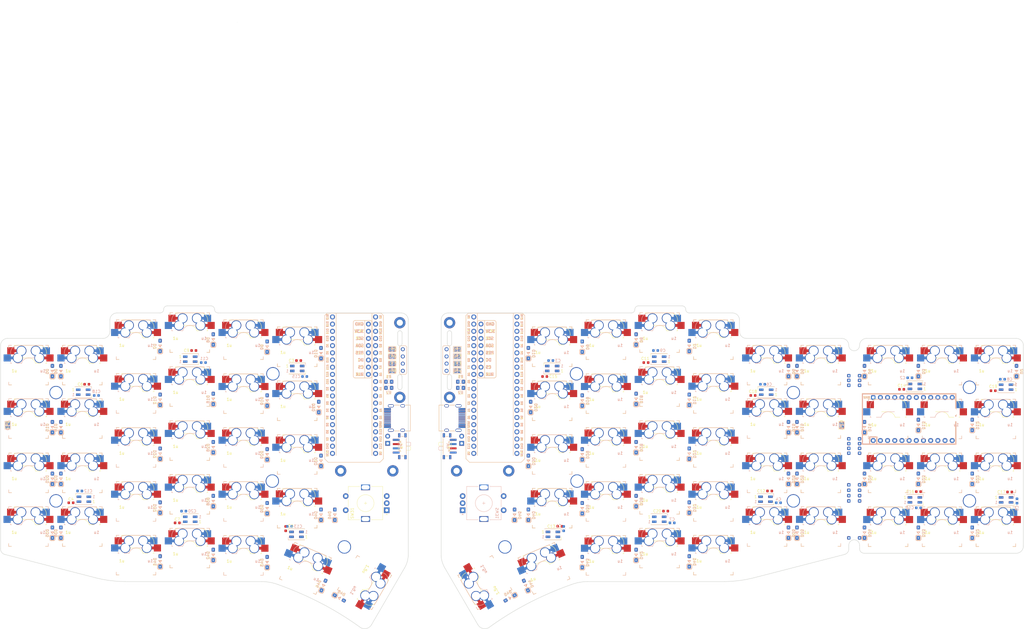
<source format=kicad_pcb>
(kicad_pcb (version 20211014) (generator pcbnew)
  (layers (0 "F.Cu" signal) (31 "B.Cu" signal) (34 "B.Paste" user) (35 "F.Paste" user) (36 "B.SilkS" user "B.Silkscreen") (37 "F.SilkS" user "F.Silkscreen") (38 "B.Mask" user) (39 "F.Mask" user) (44 "Edge.Cuts" user))
  (net 0 "")
  (net 1 "Net-(J28-Pad1)")
  (net 2 "Net-(D2-Pad2)")
  (net 3 "Net-(D3-Pad2)")
  (net 4 "Net-(D4-Pad2)")
  (net 5 "Net-(D5-Pad2)")
  (net 6 "Net-(D6-Pad2)")
  (net 7 "Net-(D7-Pad2)")
  (net 8 "Net-(D8-Pad2)")
  (net 9 "Net-(D9-Pad2)")
  (net 10 "Net-(D10-Pad2)")
  (net 12 "Net-(D12-Pad2)")
  (net 13 "Net-(D13-Pad2)")
  (net 14 "Net-(D14-Pad2)")
  (net 15 "Net-(D15-Pad2)")
  (net 16 "Net-(D16-Pad2)")
  (net 17 "Net-(D17-Pad2)")
  (net 18 "Net-(D18-Pad2)")
  (net 19 "Net-(D19-Pad2)")
  (net 20 "Net-(D20-Pad2)")
  (net 21 "Net-(D22-Pad2)")
  (net 22 "Net-(D23-Pad2)")
  (net 23 "Net-(D24-Pad2)")
  (net 24 "Net-(D26-Pad2)")
  (net 25 "Net-(D27-Pad2)")
  (net 26 "Net-(D28-Pad2)")
  (net 27 "col0")
  (net 28 "col1")
  (net 29 "col2")
  (net 30 "col3")
  (net 31 "col4")
  (net 32 "Net-(D29-Pad2)")
  (net 33 "Net-(D32-Pad2)")
  (net 34 "Net-(D30-Pad2)")
  (net 35 "SW25A")
  (net 36 "Net-(D33-Pad2)")
  (net 37 "Net-(D34-Pad2)")
  (net 38 "Net-(D35-Pad2)")
  (net 39 "Net-(D36-Pad2)")
  (net 40 "Net-(D37-Pad2)")
  (net 41 "Net-(D38-Pad2)")
  (net 42 "Net-(D39-Pad2)")
  (net 43 "Net-(D40-Pad2)")
  (net 44 "Net-(D41-Pad2)")
  (net 45 "Net-(D42-Pad2)")
  (net 46 "Net-(D43-Pad2)")
  (net 47 "Net-(D44-Pad2)")
  (net 48 "Net-(D45-Pad2)")
  (net 49 "ENCA")
  (net 50 "ENCB")
  (net 51 "GND")
  (net 52 "SW25B")
  (net 54 "SDA")
  (net 55 "SCL")
  (net 56 "+5V")
  (net 57 "RX")
  (net 58 "TX")
  (net 59 "+3V3")
  (net 60 "row0")
  (net 61 "Net-(SW47-Pad3)")
  (net 62 "Net-(J3-Pad1)")
  (net 63 "Net-(J3-Pad2)")
  (net 64 "Net-(J3-Pad3)")
  (net 65 "Net-(J3-Pad4)")
  (net 66 "VBAT")
  (net 67 "row1")
  (net 68 "row2")
  (net 69 "row3")
  (net 70 "row4")
  (net 71 "Net-(J4-Pad1)")
  (net 72 "RGB_BLACKPILL")
  (net 73 "Net-(LED1-PadO)")
  (net 74 "Net-(LED2-PadO)")
  (net 75 "Net-(LED4-PadO)")
  (net 76 "Net-(LED5-PadO)")
  (net 77 "Net-(LED6-PadO)")
  (net 78 "Net-(LED8-PadO)")
  (net 79 "Net-(LED10-PadI)")
  (net 81 "Net-(D25-Pad2)")
  (net 82 "RGB_PROMICRO")
  (net 85 "col1'")
  (net 86 "col2'")
  (net 87 "col3'")
  (net 99 "3.3_TOP")
  (net 100 "MOSI")
  (net 101 "SCK")
  (net 102 "BLK")
  (net 103 "CS")
  (net 104 "DC")
  (net 105 "RES")
  (footprint "Library:HOLE_M2_TH" (layer "F.Cu") (at 127.24766 54.243018)
    (fp_text reference "TH1" hide)
    (fp_text value "HOLE" hide)
  )
  (footprint "Library:HOLE_M2_TH" (layer "F.Cu") (at 50.534001 60.887998)
    (fp_text reference "TH2" hide)
    (fp_text value "HOLE" hide)
  )
  (footprint "Library:HOLE_M2_TH" (layer "F.Cu") (at 127.034 92.187999)
    (fp_text reference "TH3" hide)
    (fp_text value "HOLE" hide)
  )
  (footprint "Library:HOLE_M2_TH" (layer "F.Cu") (at 50.534001 99.187998)
    (fp_text reference "TH4" hide)
    (fp_text value "HOLE" hide)
  )
  (footprint "Library:HOLE_M2_TH" (layer "F.Cu") (at 152.534 115.487999 90)
    (fp_text reference "TH5" hide)
    (fp_text value "HOLE" hide)
  )
  (footprint "Library:SW-HS_flip-1u" (layer "F.Cu") (at 135.834001 44.677998)
    (fp_text reference "SW10")
    (fp_text value "1u")
  )
  (footprint "Library:SW-HS_flip-1u" (layer "F.Cu") (at 116.834 42.178)
    (fp_text reference "SW9")
    (fp_text value "1u")
  )
  (footprint "Library:SW-HS_flip-1u" (layer "F.Cu") (at 97.834 39.687998)
    (fp_text reference "SW8")
    (fp_text value "1u")
  )
  (footprint "Library:SW-HS_flip-1u" (layer "F.Cu") (at 78.834001 42.177999)
    (fp_text reference "SW7")
    (fp_text value "1u")
  )
  (footprint "Library:SW-HS_flip-1u" (layer "F.Cu") (at 59.834 51.178)
    (fp_text reference "SW6")
    (fp_text value "1u")
  )
  (footprint "Library:SW-HS_flip-1u" (layer "F.Cu") (at 40.834 51.177999)
    (fp_text reference "SW5")
    (fp_text value "1u")
  )
  (footprint "Library:SW-HS_flip-1u" (layer "F.Cu") (at 135.834001 63.778)
    (fp_text reference "SW20")
    (fp_text value "1u")
  )
  (footprint "Library:SW-HS_flip-1u" (layer "F.Cu") (at 116.834001 61.277998)
    (fp_text reference "SW19")
    (fp_text value "1u")
  )
  (footprint "Library:SW-HS_flip-1u" (layer "F.Cu") (at 97.834 58.778)
    (fp_text reference "SW18")
    (fp_text value "1u")
  )
  (footprint "Library:SW-HS_flip-1u" (layer "F.Cu") (at 78.834 61.178)
    (fp_text reference "SW17")
    (fp_text value "1u")
  )
  (footprint "Library:SW-HS_flip-1u" (layer "F.Cu") (at 59.834 70.078)
    (fp_text reference "SW16")
    (fp_text value "1u")
  )
  (footprint "Library:SW-HS_flip-1u" (layer "F.Cu") (at 40.834 70.078)
    (fp_text reference "SW15")
    (fp_text value "1u")
  )
  (footprint "Library:SW-HS_flip-1u" (layer "F.Cu") (at 135.834001 82.777998)
    (fp_text reference "SW30")
    (fp_text value "1u")
  )
  (footprint "Library:SW-HS_flip-1u" (layer "F.Cu") (at 116.834 80.278)
    (fp_text reference "SW29")
    (fp_text value "1u")
  )
  (footprint "Library:SW-HS_flip-1u" (layer "F.Cu") (at 97.834 77.878)
    (fp_text reference "SW28")
    (fp_text value "1u")
  )
  (footprint "Library:SW-HS_flip-1u" (layer "F.Cu") (at 78.834001 80.277999)
    (fp_text reference "SW27")
    (fp_text value "1u")
  )
  (footprint "Library:SW-HS_flip-1u" (layer "F.Cu") (at 59.834 89.278)
    (fp_text reference "SW26")
    (fp_text value "1u")
  )
  (footprint "Library:SW-HS_flip-1u" (layer "F.Cu") (at 40.834 89.277998)
    (fp_text reference "SW25")
    (fp_text value "1u")
  )
  (footprint "Library:SW-HS_flip-1u" (layer "F.Cu") (at 135.834001 101.777999)
    (fp_text reference "SW41")
    (fp_text value "1u")
  )
  (footprint "Library:SW-HS_flip-1u" (layer "F.Cu") (at 116.834001 99.377998)
    (fp_text reference "SW40")
    (fp_text value "1u")
  )
  (footprint "Library:SW-HS_flip-1u" (layer "F.Cu") (at 97.834 96.878)
    (fp_text reference "SW39")
    (fp_text value "1u")
  )
  (footprint "Library:SW-HS_flip-1u" (layer "F.Cu") (at 78.834 99.377999)
    (fp_text reference "SW38")
    (fp_text value "1u")
  )
  (footprint "Library:SW-HS_flip-1u" (layer "F.Cu") (at 59.834 108.278)
    (fp_text reference "SW37")
    (fp_text value "1u")
  )
  (footprint "Library:SW-HS_flip-1u" (layer "F.Cu") (at 40.784001 108.278)
    (fp_text reference "SW36")
    (fp_text value "1u")
  )
  (footprint "Library:SW-HS_flip-1u" (layer "F.Cu") (at 159.634001 128.087998 -120)
    (fp_text reference "SW46")
    (fp_text value "1.5u")
  )
  (footprint "Library:SW-HS_flip-1u" (layer "F.Cu") (at 138.734 123.078 -23)
    (fp_text reference "SW45")
    (fp_text value "1u")
  )
  (footprint "Library:SW-HS_flip-1u" (layer "F.Cu") (at 116.834 118.477999)
    (fp_text reference "SW44")
    (fp_text value "1u")
  )
  (footprint "Library:SW-HS_flip-1u" (layer "F.Cu") (at 97.834 115.878)
    (fp_text reference "SW43")
    (fp_text value "1u")
  )
  (footprint "Library:M2_HOLE_PCB" (layer "F.Cu") (at 151.204 88.569998)
    (fp_text reference "TH6" hide)
    (fp_text value "HOLE")
  )
  (footprint "Library:SW-HS_flip-1u" (layer "F.Cu") (at 78.834001 118.377999)
    (fp_text reference "SW42")
    (fp_text value "1u")
  )
  (footprint "Library:M2_HOLE_PCB" (layer "F.Cu") (at 169.652001 88.57)
    (fp_text reference "TH7" hide)
    (fp_text value "HOLE")
  )
  (footprint "Capacitor_SMD:C_0603_1608Metric" (layer "F.Cu") (at 259.1844 50.280618 180)
    (fp_text reference "C11")
    (fp_text value "104")
  )
  (footprint "kien242:BlackPill-STM32F4X1" (layer "F.Cu") (at 155.936 59.537999 -90)
    (fp_text reference "U2")
    (fp_text value "Blackpill-F4x1")
  )
  (footprint "Library:Diode" (layer "F.Cu") (at 274.48886 63.602 -90)
    (fp_text reference "D17")
    (fp_text value "D")
  )
  (footprint "Jumper:SolderJumper-2_P1.3mm_Open_Pad1.0x1.5mm" (layer "F.Cu") (at 169.398001 48.107999)
    (fp_text reference "JP6")
    (fp_text value " ")
  )
  (footprint "Button_Switch_SMD:SW_SPDT_PCM12" (layer "F.Cu") (at 189.144859 79.857998 -90)
    (fp_text reference "SW47")
    (fp_text value " ")
  )
  (footprint "Library:Diode" (layer "F.Cu") (at 312.588859 110.592 -90)
    (fp_text reference "D35")
    (fp_text value "D")
  )
  (footprint "Capacitor_SMD:C_0603_1608Metric" (layer "F.Cu") (at 355.552 95.924418)
    (fp_text reference "C16")
    (fp_text value "104")
  )
  (footprint "Library:Diode" (layer "F.Cu") (at 390.223 53.442 -90)
    (fp_text reference "D2")
    (fp_text value "D")
  )
  (footprint "Jumper:SolderJumper-2_P1.3mm_Open_RoundedPad1.0x1.5mm" (layer "F.Cu") (at 192.446859 48.107999 180)
    (fp_text reference "JP2")
    (fp_text value " ")
  )
  (footprint "Library:Diode" (layer "F.Cu") (at 216.78206 129.271845 -67)
    (fp_text reference "D44")
    (fp_text value "D")
  )
  (footprint "Library:Diode" (layer "F.Cu") (at 355.51486 53.441999 -90)
    (fp_text reference "D3")
    (fp_text value "D")
  )
  (footprint "Library:Diode" (layer "F.Cu") (at 274.488859 44.551999 -90)
    (fp_text reference "D7")
    (fp_text value "D")
  )
  (footprint "Library:Diode" (layer "F.Cu") (at 274.488859 82.651998 -90)
    (fp_text reference "D27")
    (fp_text value "D")
  )
  (footprint "kien242:SK6812MINI-FLIP" (layer "F.Cu") (at 60.39486 98.591418 180)
    (fp_text reference "LED8")
    (fp_text value "6812")
  )
  (footprint "Jumper:SolderJumper-2_P1.3mm_Open_Pad1.0x1.5mm" (layer "F.Cu") (at 328.374 72.429418 -90)
    (fp_text reference "JP10")
    (fp_text value "Jump LED")
  )
  (footprint "Library:Diode" (layer "F.Cu") (at 355.51486 91.542 -90)
    (fp_text reference "D23")
    (fp_text value "D")
  )
  (footprint "Library:Diode" (layer "F.Cu") (at 336.46486 91.542 -90)
    (fp_text reference "D24")
    (fp_text value "D")
  )
  (footprint "Library:Diode" (layer "F.Cu") (at 217.592859 85.191998 -90)
    (fp_text reference "D30")
    (fp_text value "D")
  )
  (footprint "Library:Diode" (layer "F.Cu") (at 255.692859 118.466 -90)
    (fp_text reference "D42")
    (fp_text value "D")
  )
  (footprint "Library:Diode" (layer "F.Cu") (at 374.56486 91.542 -90)
    (fp_text reference "D22")
    (fp_text value "D")
  )
  (footprint "Capacitor_SMD:C_0603_1608Metric" (layer "F.Cu") (at 93.41486 106.973418 180)
    (fp_text reference "C7")
    (fp_text value "104")
  )
  (footprint "Library:M2_HOLE_PCB" (layer "F.Cu") (at 172.12286 62.577998)
    (fp_text reference "TH10" hide)
    (fp_text value "HOLE")
  )
  (footprint "kien242:SK6812MINI-FLIP" (layer "F.Cu") (at 97.98686 105.703418 180)
    (fp_text reference "LED9")
    (fp_text value "6812")
  )
  (footprint "Library:Diode" (layer "F.Cu") (at 312.588859 53.441999 -90)
    (fp_text reference "D5")
    (fp_text value "D")
  )
  (footprint "Library:Conn_01x08" (layer "F.Cu") (at 161.016 45.556218)
    (fp_text reference "J5")
    (fp_text value "Conn_01x08")
  )
  (footprint "Capacitor_SMD:C_0603_1608Metric" (layer "F.Cu") (at 228.7044 108.192618)
    (fp_text reference "C13")
    (fp_text value "104")
  )
  (footprint "Capacitor_SMD:C_0603_1608Metric" (layer "F.Cu") (at 266.144 102.807818)
    (fp_text reference "C20")
    (fp_text value "104")
  )
  (footprint "Library:Diode" (layer "F.Cu") (at 336.464859 110.591998 -90)
    (fp_text reference "D34")
    (fp_text value "D")
  )
  (footprint "Library:Diode" (layer "F.Cu") (at 309.578 91.541999 -90)
    (fp_text reference "D26")
    (fp_text value "D")
  )
  (footprint "Library:Diode" (layer "F.Cu") (at 309.578 53.441998 -90)
    (fp_text reference "D6")
    (fp_text value "D")
  )
  (footprint "kien242:USB-C-16pin-hight-v2" (layer "F.Cu") (at 172.07715 69.891418 -90)
    (fp_text reference "J1")
    (fp_text value "DATA Port")
  )
  (footprint "Capacitor_SMD:C_0603_1608Metric" (layer "F.Cu") (at 302.9232 95.695818)
    (fp_text reference "C12")
    (fp_text value "104")
  )
  (footprint "Library:Diode" (layer "F.Cu") (at 255.692859 42.266 -90)
    (fp_text reference "D8")
    (fp_text value "D")
  )
  (footprint "Capacitor_SMD:C_0603_1608Metric" (layer "F.Cu") (at 131.76886 109.005418 90)
    (fp_text reference "C1")
    (fp_text value "104")
  )
  (footprint "Capacitor_SMD:C_0603_1608Metric" (layer "F.Cu") (at 61.41086 57.951418 180)
    (fp_text reference "C6")
    (fp_text value "104")
  )
  (footprint "Library:Diode" (layer "F.Cu") (at 236.642859 121.005998 -90)
    (fp_text reference "D43")
    (fp_text value "D")
  )
  (footprint "Library:Diode" (layer "F.Cu") (at 374.564859 72.491999 -90)
    (fp_text reference "D12")
    (fp_text value "D")
  )
  (footprint "Library:M2_HOLE_PCB" (layer "F.Cu") (at 189.722 36.177998)
    (fp_text reference "TH9" hide)
    (fp_text value "HOLE")
  )
  (footprint "Capacitor_SMD:C_0603_1608Metric" (layer "F.Cu") (at 99.25686 46.013418 180)
    (fp_text reference "C9")
    (fp_text value "104")
  )
  (footprint "Library:Diode" (layer "F.Cu") (at 217.59286 47.092 -90)
    (fp_text reference "D10")
    (fp_text value "D")
  )
  (footprint "Capacitor_SMD:C_0603_1608Metric" (layer "F.Cu") (at 223.3704 55.208218 180)
    (fp_text reference "C15")
    (fp_text value "104")
  )
  (footprint "Library:Diode" (layer "F.Cu") (at 355.51486 72.492 -90)
    (fp_text reference "D13")
    (fp_text value "D")
  )
  (footprint "Library:Diode" (layer "F.Cu") (at 309.578 73.267618 -90)
    (fp_text reference "D16")
    (fp_text value "D")
  )
  (footprint "Library:Diode" (layer "F.Cu") (at 312.588859 73.267618 -90)
    (fp_text reference "D15")
    (fp_text value "D")
  )
  (footprint "kien242:PRO-MICRO" (layer "F.Cu") (at 353.52 70.227999 90)
    (fp_text reference "U1")
    (fp_text value "Promicro")
  )
  (footprint "Library:Diode" (layer "F.Cu") (at 236.64286 63.856 -90)
    (fp_text reference "D19")
    (fp_text value "D")
  )
  (footprint "Jumper:SolderJumper-2_P1.3mm_Open_RoundedPad1.0x1.5mm" (layer "F.Cu") (at 192.446859 53.188 180)
    (fp_text reference "JP4")
    (fp_text value " ")
  )
  (footprint "Button_Switch_SMD:SW_SPDT_PCM12" (layer "F.Cu") (at 172.700001 79.857998 90)
    (fp_text reference "SW48")
    (fp_text value " ")
  )
  (footprint "Library:Diode" (layer "F.Cu") (at 255.692859 80.366 -90)
    (fp_text reference "D28")
    (fp_text value "D")
  )
  (footprint "kien242:SK6812MINI-FLIP" (layer "F.Cu") (at 135.57886 111.037418 180)
    (fp_text reference "LED10")
    (fp_text value "6812")
  )
  (footprint "Capacitor_SMD:C_0603_1608Metric" (layer "F.Cu") (at 349.6084 59.729418 180)
    (fp_text reference "C14")
    (fp_text value "104")
  )
  (footprint "Capacitor_SMD:C_0603_1608Metric" (layer "F.Cu") (at 55.82286 99.861418 180)
    (fp_text reference "C4")
    (fp_text value "104")
  )
  (footprint "Capacitor_SMD:C_0603_1608Metric" (layer "F.Cu") (at 381.968 60.237418 180)
    (fp_text reference "C19")
    (fp_text value "104")
  )
  (footprint "Jumper:SolderJumper-2_P1.3mm_Open_RoundedPad1.0x1.5mm" (layer "F.Cu") (at 33.47086 72.429418 -90)
    (fp_text reference "JP9")
    (fp_text value "Jump LED")
  )
  (footprint "Library:Diode" (layer "F.Cu") (at 236.642859 82.905998 -90)
    (fp_text reference "D29")
    (fp_text value "D")
  )
  (footprint "kien242:128x64OLED" (layer "F.Cu") (at 161.23286 49.377998 -90)
    (fp_text reference "J3")
    (fp_text value "Conn_01x04")
  )
  (footprint "Capacitor_SMD:C_0603_1608Metric" (layer "F.Cu") (at 136.34086 49.569418 180)
    (fp_text reference "C3")
    (fp_text value "104")
  )
  (footprint "Library:Diode" (layer "F.Cu") (at 211.261965 133.422918 30)
    (fp_text reference "D45")
    (fp_text value "D")
  )
  (footprint "Library:Diode" (layer "F.Cu") (at 336.464859 73.267618 -90)
    (fp_text reference "D14")
    (fp_text value "D")
  )
  (footprint "Library:Diode" (layer "F.Cu") (at 255.692859 99.415999 -90)
    (fp_text reference "D38")
    (fp_text value "D")
  )
  (footprint "Library:Diode" (layer "F.Cu") (at 274.48886 101.702 -90)
    (fp_text reference "D37")
    (fp_text value "D")
  )
  (footprint "kien242:SK6812MINI-FLIP" (layer "F.Cu") (at 60.14086 60.745418)
    (fp_text reference "LED3")
    (fp_text value "6812")
  )
  (footprint "kien242:USB-C-16pin-hight-v2" (layer "F.Cu") (at 189.76771 69.891418 90)
    (fp_text reference "J2")
    (fp_text value "DATA Port")
  )
  (footprint "Library:Diode" (layer "F.Cu") (at 236.64286 101.956 -90)
    (fp_text reference "D39")
    (fp_text value "D")
  )
  (footprint "kien242:SK6812MINI-FLIP" (layer "F.Cu") (at 135.83286 52.363418)
    (fp_text reference "LED1")
    (fp_text value "6812")
  )
  (footprint "Library:Diode" (layer "F.Cu") (at 309.578 110.592 -90)
    (fp_text reference "D36")
    (fp_text value "D")
  )
  (footprint "Library:Diode" (layer "F.Cu") (at 336.464859 53.442 -90)
    (fp_text reference "D4")
    (fp_text value "D")
  )
  (footprint "Library:Diode" (layer "F.Cu") (at 312.588859 91.541999 -90)
    (fp_text reference "D25")
    (fp_text value "D")
  )
  (footprint "Jumper:SolderJumper-2_P1.3mm_Open_Pad1.0x1.5mm" (layer "F.Cu") (at 169.398 50.648)
    (fp_text reference "JP7")
    (fp_text value " ")
  )
  (footprint "kien242:SK6812MINI-FLIP" (layer "F.Cu") (at 97.98686 49.061418)
    (fp_text reference "LED2")
    (fp_text value "6812")
  )
  (footprint "Jumper:SolderJumper-2_P1.3mm_Open_RoundedPad1.0x1.5mm" (layer "F.Cu") (at 192.44686 50.648 180)
    (fp_text reference "JP3")
    (fp_text value " ")
  )
  (footprint "Library:Diode" (layer "F.Cu") (at 274.488859 120.751998 -90)
    (fp_text reference "D41")
    (fp_text value "D")
  )
  (footprint "Jumper:SolderJumper-2_P1.3mm_Open_Pad1.0x1.5mm" (layer "F.Cu") (at 169.398001 53.188)
    (fp_text reference "JP8")
    (fp_text value " ")
  )
  (footprint "Library:Diode" (layer "F.Cu") (at 236.642859 44.805998 -90)
    (fp_text reference "D9")
    (fp_text value "D")
  )
  (footprint "Connector_PinHeader_2.54mm:PinHeader_1x02_P2.54mm_Vertical" (layer "F.Cu") (at 167.83686 78.847 180)
    (fp_text reference "J4")
    (fp_text value " ")
  )
  (footprint "Library:Diode" (layer "F.Cu") (at 217.592859 104.242 -90)
    (fp_text reference "D40")
    (fp_text value "D")
  )
  (footprint "Library:R_0805_2012Metric_Pad1.20x1.40mm_HandSolder" (layer "F.Cu") (at 168.21786 57.062418 180)
    (fp_text reference "R1")
    (fp_text value "10k")
  )
  (footprint "Jumper:SolderJumper-2_P1.3mm_Open_Pad1.0x1.5mm" (layer "F.Cu") (at 169.398 45.568)
    (fp_text reference "JP5")
    (fp_text value " ")
  )
  (footprint "Library:M2_HOLE_PCB" (layer "F.Cu") (at 172.12286 36.177998)
    (fp_text reference "TH9" hide)
    (fp_text value "HOLE")
  )
  (footprint "Capacitor_SMD:C_0603_1608Metric" (layer "F.Cu") (at 297.0304 61.913818 180)
    (fp_text reference "C18")
    (fp_text value "104")
  )
  (footprint "Library:Diode" (layer "F.Cu") (at 212.7024 104.264818 -90)
    (fp_text reference "D46")
    (fp_text value "D")
  )
  (footprint "Library:R_0805_2012Metric_Pad1.20x1.40mm_HandSolder" (layer "F.Cu") (at 168.21786 59.221418 180)
    (fp_text reference "R2")
    (fp_text value "10k")
  )
  (footprint "Library:Diode" (layer "F.Cu") (at 355.514859 110.591998 -90)
    (fp_text reference "D33")
    (fp_text value "D")
  )
  (footprint "Capacitor_SMD:C_0603_1608Metric" (layer "F.Cu") (at 387.81 96.051418)
    (fp_text reference "C17")
    (fp_text value "104")
  )
  (footprint "Library:Diode" (layer "F.Cu") (at 374.564859 110.591998 -90)
    (fp_text reference "D32")
    (fp_text value "D")
  )
  (footprint "Jumper:SolderJumper-2_P1.3mm_Open_RoundedPad1.0x1.5mm" (layer "F.Cu") (at 192.44686 45.568 180)
    (fp_text reference "JP1")
    (fp_text value " ")
  )
  (footprint "Library:Diode" (layer "F.Cu") (at 218.392 66.142 -90)
    (fp_text reference "D20")
    (fp_text value "D")
  )
  (footprint "kien242:RotaryEncoder_Alps_EC11E-Switch_Vertical_H20mm" (layer "F.Cu") (at 160 100 90)
    (fp_text reference "SW31")
    (fp_text value " ")
  )
  (footprint "Library:Diode" (layer "F.Cu") (at 255.692859 63.285418 -90)
    (fp_text reference "D18")
    (fp_text value "D")
  )
  (footprint "Library:SW-HS_flip-1u" (layer "B.Cu") (at 283.010859 42.177999 180)
    (fp_text reference "SW7")
    (fp_text value "1u")
  )
  (footprint "Library:HOLE_M2_TH" (layer "B.Cu") (at 311.310859 60.887998 180)
    (fp_text reference "TH2" hide)
    (fp_text value "HOLE" hide)
  )
  (footprint "Library:SW-HS_flip-1u" (layer "B.Cu") (at 223.11086 123.078 -157)
    (fp_text reference "SW45")
    (fp_text value "1u")
  )
  (footprint "Library:Diode" (layer "B.Cu") (at 144.252001 85.191998 -90)
    (fp_text reference "D30")
    (fp_text value "D")
  )
  (footprint "Library:Conn_01x01" (layer "B.Cu") (at 330.914 82.335418 180)
    (fp_text reference "J22")
    (fp_text value " ")
  )
  (footprint "Library:Cut_hole" (layer "B.Cu") (at 331.295 87.923418 180)
    (fp_text reference "H3")
    (fp_text value "Hole")
  )
  (footprint "Library:Conn_01x01" (layer "B.Cu") (at 330.914 58.332418 180)
    (fp_text reference "J25")
    (fp_text value " ")
  )
  (footprint "Library:SW-HS_flip-1u" (layer "B.Cu") (at 344.823359 51.178 180)
    (fp_text reference "SW4")
    (fp_text value "1u")
  )
  (footprint "Library:Diode" (layer "B.Cu") (at 49.256001 53.441999 -90)
    (fp_text reference "D5")
    (fp_text value "D")
  )
  (footprint "Library:Conn_01x01" (layer "B.Cu") (at 330.914 80.635418 180)
    (fp_text reference "J21")
    (fp_text value " ")
  )
  (footprint "Connector_PinHeader_2.54mm:PinHeader_1x02_P2.54mm_Vertical" (layer "B.Cu") (at 194.008 78.847)
    (fp_text reference "J4")
    (fp_text value " ")
  )
  (footprint "Library:Cut_hole" (layer "B.Cu") (at 334.343 87.923418 180)
    (fp_text reference "H3")
    (fp_text value "Hole")
  )
  (footprint "Capacitor_SMD:C_0603_1608Metric" (layer "B.Cu") (at 300.434 57.951418)
    (fp_text reference "C6")
    (fp_text value "104")
  )
  (footprint "Library:Diode" (layer "B.Cu") (at 106.152001 42.266 -90)
    (fp_text reference "D8")
    (fp_text value "D")
  )
  (footprint "Library:Conn_01x01" (layer "B.Cu") (at 334.724 54.903418 180)
    (fp_text reference "J6")
    (fp_text value " ")
  )
  (footprint "Library:SW-HS_flip-1u" (layer "B.Cu") (at 245.01086 42.178 180)
    (fp_text reference "SW9")
    (fp_text value "1u")
  )
  (footprint "Library:SW-HS_flip-1u" (layer "B.Cu") (at 283.010859 80.277999 180)
    (fp_text reference "SW27")
    (fp_text value "1u")
  )
  (footprint "Jumper:SolderJumper-2_P1.3mm_Open_Pad1.0x1.5mm" (layer "B.Cu") (at 192.446859 53.188 180)
    (fp_text reference "JP8")
    (fp_text value " ")
  )
  (footprint "Library:Cut_hole" (layer "B.Cu") (at 331.295 49.950418 180)
    (fp_text reference "H3")
    (fp_text value "Hole")
  )
  (footprint "Library:SW-HS_flip-1u" (layer "B.Cu") (at 321.01086 89.277998 180)
    (fp_text reference "SW25")
    (fp_text value "1u")
  )
  (footprint "Button_Switch_SMD:SW_SPDT_PCM12" (layer "B.Cu") (at 189.144859 79.857998 90)
    (fp_text reference "SW48")
    (fp_text value " ")
  )
  (footprint "Library:R_0805_2012Metric_Pad1.20x1.40mm_HandSolder" (layer "B.Cu") (at 193.627 59.221418)
    (fp_text reference "R2")
    (fp_text value "10k")
  )
  (footprint "Jumper:SolderJumper-2_P1.3mm_Open_RoundedPad1.0x1.5mm" (layer "B.Cu") (at 328.374 72.429418 -90)
    (fp_text reference "JP9")
    (fp_text value "Jump LED")
  )
  (footprint "Library:Conn_01x01" (layer "B.Cu") (at 330.914 93.511418 180)
    (fp_text reference "J11")
    (fp_text value " ")
  )
  (footprint "Library:SW-HS_flip-1u" (layer "B.Cu") (at 363.873359 51.177998 180)
    (fp_text reference "SW3")
    (fp_text value "1u")
  )
  (footprint "Jumper:SolderJumper-2_P1.3mm_Open_RoundedPad1.0x1.5mm" (layer "B.Cu") (at 169.398 50.648)
    (fp_text reference "JP3")
    (fp_text value " ")
  )
  (footprint "Capacitor_SMD:C_0603_1608Metric" (layer "B.Cu") (at 385.27 56.173418 180)
    (fp_text reference "C8")
    (fp_text value "104")
  )
  (footprint "Capacitor_SMD:C_0603_1608Metric" (layer "B.Cu") (at 306.022 99.861418)
    (fp_text reference "C4")
    (fp_text value "104")
  )
  (footprint "Library:SW-HS_flip-1u" (layer "B.Cu") (at 264.01086 39.687998 180)
    (fp_text reference "SW8")
    (fp_text value "1u")
  )
  (footprint "Library:Diode" (layer "B.Cu") (at 49.256001 91.541999 -90)
    (fp_text reference "D25")
    (fp_text value "D")
  )
  (footprint "Library:SW-HS_flip-1u" (layer "B.Cu") (at 321.01086 70.078 180)
    (fp_text reference "SW15")
    (fp_text value "1u")
  )
  (footprint "Library:Diode" (layer "B.Cu") (at 149.14246 104.264818 -90)
    (fp_text reference "D46")
    (fp_text value "D")
  )
  (footprint "Library:SW-HS-Flip-1u" (layer "B.Cu") (at 344.823359 70.227999 180)
    (fp_text reference "SW14")
    (fp_text value "1u")
  )
  (footprint "Library:Diode" (layer "B.Cu") (at 145.0628 129.271845 -113)
    (fp_text reference "D44")
    (fp_text value "D")
  )
  (footprint "Library:M2_HOLE_PCB" (layer "B.Cu") (at 189.722 62.577998 180)
    (fp_text reference "TH10" hide)
    (fp_text value "HOLE")
  )
  (footprint "Library:Diode" (layer "B.Cu") (at 52.26686 73.267618 -90)
    (fp_text reference "D16")
    (fp_text value "D")
  )
  (footprint "Library:Diode" (layer "B.Cu") (at 52.26686 91.541999 -90)
    (fp_text reference "D26")
    (fp_text value "D")
  )
  (footprint "Library:R_0805_2012Metric_Pad1.20x1.40mm_HandSolder" (layer "B.Cu") (at 193.627 57.062418)
    (fp_text reference "R1")
    (fp_text value "10k")
  )
  (footprint "Library:SW-HS_flip-1u" (layer "B.Cu") (at 283.010859 118.377999 180)
    (fp_text reference "SW42")
    (fp_text value "1u")
  )
  (footprint "Library:M2_HOLE_PCB" (layer "B.Cu") (at 192.192859 88.57 180)
    (fp_text reference "TH7" hide)
    (fp_text value "HOLE")
  )
  (footprint "kien242:SK6812MINI-FLIP" (layer "B.Cu") (at 301.45 98.591418)
    (fp_text reference "LED8")
    (fp_text value "6812")
  )
  (footprint "Library:Conn_01x01" (layer "B.Cu") (at 334.724 95.451898 180)
    (fp_text reference "J26")
    (fp_text value " ")
  )
  (footprint "Library:SW-HS_flip-1u" (layer "B.Cu") (at 344.823359 89.278 180)
    (fp_text reference "SW24")
    (fp_text value "1u")
  )
  (footprint "Library:Diode" (layer "B.Cu") (at 87.356 63.602 -90)
    (fp_text reference "D17")
    (fp_text value "D")
  )
  (footprint "Library:SW-HS_flip-1u" (layer "B.Cu") (at 202.210859 128.087998 -60)
    (fp_text reference "SW46")
    (fp_text value "1.5u")
  )
  (footprint "Library:SW-HS_flip-1u" (layer "B.Cu") (at 226.010859 101.777999 180)
    (fp_text reference "SW41")
    (fp_text value "1u")
  )
  (footprint "kien242:SK6812MINI-FLIP" (layer "B.Cu") (at 354.282 58.713418 180)
    (fp_text reference "LED4")
    (fp_text value "6812")
  )
  (footprint "Capacitor_SMD:C_0603_1608Metric" (layer "B.Cu") (at 64.81446 61.913818)
    (fp_text reference "C18")
    (fp_text value "104")
  )
  (footprint "Library:SW-HS_flip-1u" (layer "B.Cu") (at 302.01086 70.078 180)
    (fp_text reference "SW16")
    (fp_text value "1u")
  )
  (footprint "Library:Diode" (layer "B.Cu") (at 49.256001 73.267618 -90)
    (fp_text reference "D15")
    (fp_text value "D")
  )
  (footprint "Library:SW-HS_flip-1u" (layer "B.Cu") (at 302.01086 51.178 180)
    (fp_text reference "SW6")
    (fp_text value "1u")
  )
  (footprint "Library:SW-HS_flip-1u" (layer "B.Cu") (at 321.01086 51.177999 180)
    (fp_text reference "SW5")
    (fp_text value "1u")
  )
  (footprint "Library:Diode" (layer "B.Cu") (at 125.202 63.856 -90)
    (fp_text reference "D19")
    (fp_text value "D")
  )
  (footprint "Capacitor_SMD:C_0603_1608Metric" (layer "B.Cu") (at 95.70086 102.807818 180)
    (fp_text reference "C20")
    (fp_text value "104")
  )
  (footprint "Library:Conn_01x01" (layer "B.Cu") (at 334.724 93.511418 180)
    (fp_text reference "J10")
    (fp_text value " ")
  )
  (footprint "kien242:SK6812MINI-FLIP" (layer "B.Cu") (at 263.858 49.061418 180)
    (fp_text reference "LED2")
    (fp_text value "6812")
  )
  (footprint "kien242:USB-C-16pin-hight-v2" (layer "B.Cu") (at 189.76771 69.891418 -90)
    (fp_text reference "J1")
    (fp_text value "DATA Port")
  )
  (footprint "kien242:SK6812MINI-FLIP" (layer "B.Cu") (at 301.704 60.745418 180)
    (fp_text reference "LED3")
    (fp_text value "6812")
  )
  (footprint "Library:SW-HS_flip-1u" (layer "B.Cu") (at 226.010859 82.777998 180)
    (fp_text reference "SW30")
    (fp_text value "1u")
  )
  (footprint "Library:Diode" (layer "B.Cu") (at 143.45286 66.142 -90)
    (fp_text reference "D20")
    (fp_text value "D")
  )
  (footprint "Library:Conn_01x01" (layer "B.Cu") (at 330.914 77.235418 180)
    (fp_text reference "J8")
    (fp_text value " ")
  )
  (footprint "Library:Diode" (layer "B.Cu") (at 125.202001 121.005998 -90)
    (fp_text reference "D43")
    (fp_text value "D")
  )
  (footprint "Library:Diode" (layer "B.Cu") (at 87.356001 44.551999 -90)
    (fp_text reference "D7")
    (fp_text value "D")
  )
  (footprint "Library:Conn_01x01" (layer "B.Cu") (at 334.724 80.635418 180)
    (fp_text reference "J20")
    (fp_text value " ")
  )
  (footprint "Library:Diode" (layer "B.Cu") (at 87.356001 120.751998 -90)
    (fp_text reference "D41")
    (fp_text value "D")
  )
  (footprint "Library:Cut_hole" (layer "B.Cu") (at 334.343 66.933918 180)
    (fp_text reference "H3")
    (fp_text value "Hole")
  )
  (footprint "Library:Diode" (layer "B.Cu") (at 106.152001 63.285418 -90)
    (fp_text reference "D18")
    (fp_text value "D")
  )
  (footprint "Jumper:SolderJumper-2_P1.3mm_Open_Pad1.0x1.5mm" (layer "B.Cu") (at 192.446859 48.107999 180)
    (fp_text reference "JP6")
    (fp_text value " ")
  )
  (footprint "Library:Conn_01x01" (layer "B.Cu") (at 330.914 56.579711 180)
    (fp_text reference "J15")
    (fp_text value " ")
  )
  (footprint "Library:SW-HS-Flip-1u" (layer "B.Cu") (at 363.87336 70.228 180)
    (fp_text reference "SW13")
    (fp_text value "1u")
  )
  (footprint "Library:Diode" (layer "B.Cu") (at 144.252001 104.242 -90)
    (fp_text reference "D40")
    (fp_text value "D")
  )
  (footprint "Library:SW-HS_flip-1u" (layer "B.Cu") (at 302.01086 89.278 180)
    (fp_text reference "SW26")
    (fp_text value "1u")
  )
  (footprint "Capacitor_SMD:C_0603_1608Metric" (layer "B.Cu") (at 138.47446 55.208218)
    (fp_text reference "C15")
    (fp_text value "104")
  )
  (footprint "Library:SW-HS_flip-1u" (layer "B.Cu") (at 344.823359 108.327999 180)
    (fp_text reference "SW35")
    (fp_text value "1u")
  )
  (footprint "Library:HOLE_M2_TH" (layer "B.Cu") (at 234.81086 92.187999 180)
    (fp_text reference "TH3" hide)
    (fp_text value "HOLE" hide)
  )
  (footprint "Capacitor_SMD:C_0603_1608Metric" (layer "B.Cu") (at 230.076 109.005418 90)
    (fp_text reference "C1")
    (fp_text value "104")
  )
  (footprint "Library:Conn_01x01" (layer "B.Cu") (at 334.724 99.226418 180)
    (fp_text reference "J17")
    (fp_text value " ")
  )
  (footprint "Library:Conn_01x01" (layer "B.Cu") (at 330.914 54.903418 180)
    (fp_text reference "J7")
    (fp_text value " ")
  )
  (footprint "kien242:SK6812MINI-FLIP" (layer "B.Cu") (at 386.54 98.845418)
    (fp_text reference "LED6")
    (fp_text value "6812")
  )
  (footprint "Library:SW-HS_flip-1u" (layer "B.Cu") (at 245.010859 61.277998 180)
    (fp_text reference "SW19")
    (fp_text value "1u")
  )
  (footprint "Capacitor_SMD:C_0603_1608Metric" (layer "B.Cu") (at 102.66046 50.280618)
    (fp_text reference "C11")
    (fp_text value "104")
  )
  (footprint "Jumper:SolderJumper-2_P1.3mm_Open_Pad1.0x1.5mm" (layer "B.Cu") (at 33.47086 72.429418 -90)
    (fp_text reference "JP10")
    (fp_text value "Jump LED")
  )
  (footprint "Capacitor_SMD:C_0603_1608Metric" (layer "B.Cu") (at 352.504 55.665418)
    (fp_text reference "C2")
    (fp_text value "104")
  )
  (footprint "Library:SW-HS_flip-1u" (layer "B.Cu") (at 264.01086 58.778 180)
    (fp_text reference "SW18")
    (fp_text value "1u")
  )
  (footprint "Library:Conn_01x01" (layer "B.Cu") (at 334.724 112.2846 180)
    (fp_text reference "J12")
    (fp_text value " ")
  )
  (footprint "Library:SW-HS_flip-1u" (layer "B.Cu") (at 382.923359 89.278 180)
    (fp_text reference "SW22")
    (fp_text value "1u")
  )
  (footprint "Capacitor_SMD:C_0603_1608Metric" (layer "B.Cu") (at 225.504 49.569418)
    (fp_text reference "C3")
    (fp_text value "104")
  )
  (footprint "Library:SW-HS_flip-1u" (layer "B.Cu") (at 245.01086 118.477999 180)
    (fp_text reference "SW44")
    (fp_text value "1u")
  )
  (footprint "Capacitor_SMD:C_0603_1608Metric" (layer "B.Cu") (at 390.4008 99.226418 -90)
    (fp_text reference "C5")
    (fp_text value "104")
  )
  (footprint "Library:Cut_hole" (layer "B.Cu") (at 334.343 49.950418 180)
    (fp_text reference "H3")
    (fp_text value "Hole")
  )
  (footprint "kien242:128x64OLED" (layer "B.Cu") (at 200.612 49.377998 -90)
    (fp_text reference "J3")
    (fp_text value "Conn_01x04")
  )
  (footprint "Library:Diode" (layer "B.Cu") (at 49.256001 110.592 -90)
    (fp_text reference "D35")
    (fp_text value "D")
  )
  (footprint "kien242:SK6812MINI-FLIP" (layer "B.Cu") (at 386.54 58.967418 180)
    (fp_text reference "LED5")
    (fp_text value "6812")
  )
  (footprint "Library:M2_HOLE_PCB" (layer "B.Cu") (at 210.64086 88.569998 180)
    (fp_text reference "TH6" hide)
    (fp_text value "HOLE")
  )
  (footprint "Library:SW-HS_flip-1u" (layer "B.Cu") (at 245.01086 80.278 180)
    (fp_text reference "SW29")
    (fp_text value "1u")
  )
  (footprint "Capacitor_SMD:C_0603_1608Metric" (layer "B.Cu") (at 133.14046 108.192618 180)
    (fp_text reference "C13")
    (fp_text value "104")
  )
  (footprint "Library:HOLE_M2_TH" (layer "B.Cu") (at 373.586 99.187998 180)
    (fp_text reference "TH4" hide)
    (fp_text value "HOLE" hide)
  )
  (footprint "Library:SW-HS_flip-1u" (layer "B.Cu") (at 264.01086 115.878 180)
    (fp_text reference "SW43")
    (fp_text value "1u")
  )
  (footprint "Button_Switch_SMD:SW_SPDT_PCM12" (layer "B.Cu") (at 172.700001 79.857998 -90)
    (fp_text reference "SW47")
    (fp_text value " ")
  )
  (footprint "Jumper:SolderJumper-2_P1.3mm_Open_RoundedPad1.0x1.5mm" (layer "B.Cu") (at 169.398001 48.107999)
    (fp_text reference "JP2")
    (fp_text value " ")
  )
  (footprint "Library:Conn_01x01" (layer "B.Cu") (at 330.914 95.451898 180)
    (fp_text reference "J27")
    (fp_text value " ")
  )
  (footprint "Capacitor_SMD:C_0603_1608Metric" (layer "B.Cu") (at 262.588 46.013418)
    (fp_text reference "C9")
    (fp_text value "104")
  )
  (footprint "Jumper:SolderJumper-2_P1.3mm_Open_RoundedPad1.0x1.5mm" (layer "B.Cu") (at 169.398 45.568)
    (fp_text reference "JP1")
    (fp_text value " ")
  )
  (footprint "Capacitor_SMD:C_0603_1608Metric" (layer "B.Cu") (at 355.552 101.639418 180)
    (fp_text reference "C10")
    (fp_text value "104")
  )
  (footprint "Library:SW-HS_flip-1u" (layer "B.Cu") (at 283.01086 99.377999 180)
    (fp_text reference "SW38")
    (fp_text value "1u")
  )
  (footprint "kien242:SK6812MINI-FLIP" (layer "B.Cu") (at 226.266 111.037418)
    (fp_text reference "LED10")
    (fp_text value "6812")
  )
  (footprint "Jumper:SolderJumper-2_P1.3mm_Open_Pad1.0x1.5mm" (layer "B.Cu") (at 192.44686 50.648 180)
    (fp_text reference "JP7")
    (fp_text value " ")
  )
  (footprint "Library:SW-HS_flip-1u" (layer "B.Cu") (at 245.010859 99.377998 180)
    (fp_text reference "SW40")
    (fp_text value "1u")
  )
  (footprint "Library:Conn_01x01" (layer "B.Cu") (at 330.914 99.226418 180)
    (fp_text reference "J16")
    (fp_text value " ")
  )
  (footprint "Library:Cut_hole" (layer "B.Cu") (at 331.295 66.933918 180)
    (fp_text reference "H3")
    (fp_text value "Hole")
  )
  (footprint "Library:Conn_01x01" (layer "B.Cu") (at 330.914 78.935418 180)
    (fp_text reference "J18")
    (fp_text value " ")
  )
  (footprint "Library:Conn_01x01" (layer "B.Cu") (at 330.914 97.321418 180)
    (fp_text reference "J29")
    (fp_text value " ")
  )
  (footprint "Jumper:SolderJumper-2_P1.3mm_Open_Pad1.0x1.5mm" (layer "B.Cu") (at 192.44686 45.568 180)
    (fp_text reference "JP5")
    (fp_text value " ")
  )
  (footprint "Library:Diode" (layer "B.Cu") (at 125.202 101.956 -90)
    (fp_text reference "D39")
    (fp_text value "D")
  )
  (footprint "Library:SW-HS_flip-1u" (layer "B.Cu") (at 382.923359 51.178 180)
    (fp_text reference "SW2")
    (fp_text value "1u")
  )
  (footprint "Library:Diode" (layer "B.Cu") (at 106.152001 80.366 -90)
    (fp_text reference "D28")
    (fp_text value "D")
  )
  (footprint "Library:HOLE_M2_TH" (layer "B.Cu") (at 209.31086 115.487999 90)
    (fp_text reference "TH5" hide)
    (fp_text value "HOLE" hide)
  )
  (footprint "Library:Cut_hole" (layer "B.Cu") (at 331.295 105.755509 180)
    (fp_text reference "H3")
    (fp_text value "Hole")
  )
  (footprint "Library:SW-HS_flip-1u" (layer "B.Cu") (at 226.010859 63.778 180)
    (fp_text reference "SW20")
    (fp_text value "1u")
  )
  (footprint "Library:Conn_01x01" (layer "B.Cu") (at 334.724 78.935418 180)
    (fp_text reference "J19")
    (fp_text value " ")
  )
  (footprint "Library:HOLE_M2_TH" (layer "B.Cu") (at 373.586 59.018218 180)
    (fp_text reference "TH4" hide)
    (fp_text value "HOLE" hide)
  )
  (footprint "Library:SW-HS_flip-1u" (layer "B.Cu") (at 321.060859 108.278 180)
    (fp_text reference "SW36")
    (fp_text value "1u")
  )
  (footprint "Library:Diode" (layer "B.Cu") (at 125.202001 44.805998 -90)
    (fp_text reference "D9")
    (fp_text value "D")
  )
  (footprint "Library:SW-HS_flip-1u" (layer "B.Cu") (at 302.01086 108.278 180)
    (fp_text reference "SW37")
    (fp_text value "1u")
  )
  (footprint "Library:Cut_hole" (layer "B.Cu") (at 334.343 105.755509 180)
    (fp_text reference "H3")
    (fp_text value "Hole")
  )
  (footprint "Library:Diode" (layer "B.Cu") (at 144.252 47.092 -90)
    (fp_text reference "D10")
    (fp_text value "D")
  )
  (footprint "Library:Diode" (layer "B.Cu") (at 125.202001 82.905998 -90)
    (fp_text reference "D29")
    (fp_text value "D")
  )
  (footprint "Library:SW-HS_flip-1u" (layer "B.Cu") (at 363.873359 89.278 180)
    (fp_text reference "SW23")
    (fp_text value "1u")
  )
  (footprint "Library:Diode" (layer "B.Cu") (at 87.356 101.702 -90)
    (fp_text reference "D37")
    (fp_text value "D")
  )
  (footprint "Library:Conn_01x01" (layer "B.Cu") (at 334.724 56.579711 180)
    (fp_text reference "J14")
    (fp_text value " ")
  )
  (footprint "Library:Conn_01x01" (layer "B.Cu") (at 334.724 58.332418 180)
    (fp_text reference "J24")
    (fp_text value " ")
  )
  (footprint "Capacitor_SMD:C_0603_1608Metric" (layer "B.Cu") (at 58.92166 95.695818 180)
    (fp_text reference "C12")
    (fp_text value "104")
  )
  (footprint "Library:SW-HS_flip-1u" (layer "B.Cu") (at 363.87336 108.328 180)
    (fp_text reference "SW34")
    (fp_text value "1u")
  )
  (footprint "Library:Conn_01x01" (layer "B.Cu") (at 330.914 112.2846 180)
    (fp_text reference "J13")
    (fp_text value " ")
  )
  (footprint "Library:SW-HS_flip-1u" (layer "B.Cu") (at 382.923359 108.327999 180)
    (fp_text reference "SW33")
    (fp_text value "1u")
  )
  (footprint "kien242:USB-C-16pin-hight-v2" (layer "B.Cu") (at 172.07715 69.891418 90)
    (fp_text reference "J2")
    (fp_text value "DATA Port")
  )
  (footprint "Library:HOLE_M2_TH" (layer "B.Cu") (at 311.310859 99.187998 180)
    (fp_text reference "TH4" hide)
    (fp_text value "HOLE" hide)
  )
  (footprint "Library:Diode" (layer "B.Cu") (at 150.582895 133.422918 150)
    (fp_text reference "D45")
    (fp_text value "D")
  )
  (footprint "Jumper:SolderJumper-2_P1.3mm_Open_RoundedPad1.0x1.5mm" (layer "B.Cu") (at 169.398001 53.188)
    (fp_text reference "JP4")
    (fp_text value " ")
  )
  (footprint "Library:Conn_01x01" (layer "B.Cu") (at 334.724 97.321418 180)
    (fp_text reference "J28")
    (fp_text value " ")
  )
  (footprint "Library:HOLE_M2_TH" (layer "B.Cu") (at 234.5972 54.243018 180)
    (fp_text reference "TH1" hide)
    (fp_text value "HOLE" hide)
  )
  (footprint "kien242:BlackPill-STM32F4X1" (layer "B.Cu") (at 205.90886 59.537999 -90)
    (fp_text reference "U2")
    (fp_text value "Blackpill-F4x1")
  )
  (footprint "Library:SW-HS_flip-1u" (layer "B.Cu") (at 283.01086 61.178 180)
    (fp_text reference "SW17")
    (fp_text value "1u")
  )
  (footprint "Library:Diode" (layer "B.Cu") (at 52.26686 110.592 -90)
    (fp_text reference "D36")
    (fp_text value "D")
  )
  (footprint "Library:Diode" (layer "B.Cu") (at 106.152001 118.466 -90)
    (fp_text reference "D42")
    (fp_text value "D")
  )
  (footprint "kien242:SK6812MINI-FLIP" (layer "B.Cu") (at 354.282 98.845418)
    (fp_text reference "LED7")
    (fp_text value "6812")
  )
  (footprint "Library:Diode" (layer "B.Cu") (at 106.152001 99.415999 -90)
    (fp_text reference "D38")
    (fp_text value "D")
  )
  (footprint "kien242:SK6812MINI-FLIP" (layer "B.Cu") (at 263.858 105.703418)
    (fp_text reference "LED9")
    (fp_text value "6812")
  )
  (footprint "Library:Diode" (layer "B.Cu") (at 52.26686 53.441998 -90)
    (fp_text reference "D6")
    (fp_text value "D")
  )
  (footprint "Library:SW-HS_flip-1u" (layer "B.Cu") (at 226.010859 44.677998 180)
    (fp_text reference "SW10")
    (fp_text value "1u")
  )
  (footprint "Library:Conn_01x01" (layer "B.Cu") (at 334.724 82.335418 180)
    (fp_text reference "J23")
    (fp_text value " ")
  )
  (footprint "Library:Diode" (layer "B.Cu") (at 87.356001 82.651998 -90)
    (fp_text reference "D27")
    (fp_text value "D")
  )
  (footprint "kien242:SK6812MINI-FLIP" (layer "B.Cu") (at 226.012 52.363418 180)
    (fp_text reference "LED1")
    (fp_text value "6812")
  )
  (footprint "Capacitor_SMD:C_0603_1608Metric" (layer "B.Cu") (at 268.43 106.973418)
    (fp_text reference "C7")
    (fp_text value "104")
  )
  (footprint "Library:Conn_01x08" (layer "B.Cu") (at 200.82886 45.556218 180)
    (fp_text reference "J5")
    (fp_text value "Conn_01x08")
  )
  (footprint "Library:SW-HS_flip-1u" (layer "B.Cu") (at 382.923359 70.227999 180)
    (fp_text reference "SW12")
    (fp_text value "1u")
  )
  (footprint "Library:SW-HS_flip-1u" (layer "B.Cu") (at 264.01086 77.878 180)
    (fp_text reference "SW28")
    (fp_text value "1u")
  )
  (footprint "Library:Conn_01x01" (layer "B.Cu") (at 334.724 77.235418 180)
    (fp_text reference "J9")
    (fp_text value " ")
  )
  (footprint "kien242:RotaryEncoder_Alps_EC11E-Switch_Vertical_H20mm" (layer "B.Cu") (at 201.84486 100 90)
    (fp_text reference "SW31")
    (fp_text value " ")
  )
  (footprint "Library:SW-HS_flip-1u" (layer "B.Cu") (at 264.01086 96.878 180)
    (fp_text reference "SW39")
    (fp_text value "1u")
  )
  (gr_line (start 292.24086 39.256999) (end 292.24086 35.203) (layer "Edge.Cuts") (width 0.15))
  (gr_arc (start 186.74086 35.203) (mid 187.465201 33.454341) (end 189.213859 32.73) (layer "Edge.Cuts") (width 0.15))
  (gr_line (start 171.39286 39.790418) (end 171.39286 43.600418) (layer "Edge.Cuts") (width 0.15))
  (gr_line (start 30.93086 116.095235) (end 30.93086 44.203) (layer "Edge.Cuts") (width 0.15))
  (gr_line (start 334.724 116.095235) (end 334.724 114.872818) (layer "Edge.Cuts") (width 0.15))
  (gr_line (start 162.093 143.019236) (end 173.777 122.953236) (layer "Edge.Cuts") (width 0.15))
  (gr_arc (start 334.724 44.202998) (mid 332.819001 46.108018) (end 330.914 44.203) (layer "Edge.Cuts") (width 0.15))
  (gr_arc (start 274.49086 32.73) (mid 273.60696 32.3639) (end 273.24086 31.48) (layer "Edge.Cuts") (width 0.15))
  (gr_line (start 172.91686 43.600418) (end 172.91686 39.790418) (layer "Edge.Cuts") (width 0.15))
  (gr_line (start 271.990859 30.229999) (end 256.49086 30.23) (layer "Edge.Cuts") (width 0.15))
  (gr_arc (start 123.231 127.73) (mid 126.198494 128.007633) (end 129.073 128.795236) (layer "Edge.Cuts") (width 0.15))
  (gr_line (start 32.38786 118.127236) (end 64.557001 126.402998) (layer "Edge.Cuts") (width 0.15))
  (gr_line (start 390.163 41.73) (end 337.197 41.73) (layer "Edge.Cuts") (width 0.15))
  (gr_line (start 172.631001 32.73) (end 145.104001 32.73) (layer "Edge.Cuts") (width 0.15))
  (gr_arc (start 297.287859 126.402998) (mid 292.12033 127.376261) (end 286.873859 127.729998) (layer "Edge.Cuts") (width 0.15))
  (gr_arc (start 88.604 31.48) (mid 88.970126 30.596142) (end 89.854001 30.229999) (layer "Edge.Cuts") (width 0.15))
  (gr_arc (start 32.38786 118.127236) (mid 31.305958 117.364641) (end 30.93086 116.095235) (layer "Edge.Cuts") (width 0.15))
  (gr_arc (start 289.76786 32.73) (mid 291.516517 33.454343) (end 292.24086 35.203) (layer "Edge.Cuts") (width 0.15))
  (gr_arc (start 188.928 55.284418) (mid 189.69 54.522418) (end 190.452 55.284418) (layer "Edge.Cuts") (width 0.15))
  (gr_line (start 114.63115 -70.080646) (end 114.63115 -70.080646) (layer "Edge.Cuts") (width 0.1))
  (gr_arc (start 334.724 44.202998) (mid 335.448322 42.45432) (end 337.197 41.73) (layer "Edge.Cuts") (width 0.15))
  (gr_arc (start 255.240859 31.479998) (mid 254.874759 32.363898) (end 253.990859 32.729998) (layer "Edge.Cuts") (width 0.15))
  (gr_line (start 125.604001 32.73) (end 107.854001 32.729998) (layer "Edge.Cuts") (width 0.15))
  (gr_line (start 188.928 55.284418) (end 188.928 59.094418) (layer "Edge.Cuts") (width 0.15))
  (gr_arc (start 175.104 118.635236) (mid 174.699519 120.873837) (end 173.777 122.953236) (layer "Edge.Cuts") (width 0.15))
  (gr_arc (start 188.928 39.790418) (mid 189.69 39.028418) (end 190.452 39.790418) (layer "Edge.Cuts") (width 0.15))
  (gr_line (start 145.104001 32.73) (end 125.604001 32.73) (layer "Edge.Cuts") (width 0.15))
  (gr_line (start 236.240859 32.73) (end 216.740859 32.73) (layer "Edge.Cuts") (width 0.15))
  (gr_arc (start 172.91686 43.600418) (mid 172.15486 44.362418) (end 171.39286 43.600418) (layer "Edge.Cuts") (width 0.15))
  (gr_line (start 74.971001 127.729998) (end 123.231 127.73) (layer "Edge.Cuts") (width 0.15))
  (gr_arc (start 172.631001 32.73) (mid 174.379656 33.454338) (end 175.104 35.203) (layer "Edge.Cuts") (width 0.15))
  (gr_arc (start 203.561859 144.035235) (mid 201.448558 144.308368) (end 199.75186 143.019236) (layer "Edge.Cuts") (width 0.15))
  (gr_line (start 253.990859 32.729998) (end 236.240859 32.73) (layer "Edge.Cuts") (width 0.15))
  (gr_line (start 69.604 35.203) (end 69.604 39.256999) (layer "Edge.Cuts") (width 0.15))
  (gr_arc (start 330.914 114.872818) (mid 332.819 112.967818) (end 334.724 114.872818) (layer "Edge.Cuts") (width 0.15))
  (gr_line (start 87.354 32.73) (end 72.077 32.73) (layer "Edge.Cuts") (width 0.15))
  (gr_line (start 392.635999 115.231) (end 392.636 44.202999) (layer "Edge.Cuts") (width 0.15))
  (gr_line (start 172.91686 59.094418) (end 172.91686 55.284418) (layer "Edge.Cuts") (width 0.15))
  (gr_arc (start 107.854001 32.729998) (mid 106.970098 32.363895) (end 106.604001 31.479998) (layer "Edge.Cuts") (width 0.15))
  (gr_arc (start 271.990859 30.229999) (mid 272.874726 30.596133) (end 273.24086 31.48) (layer "Edge.Cuts") (width 0.15))
  (gr_line (start 175.104 35.203) (end 175.104 118.635236) (layer "Edge.Cuts") (width 0.15))
  (gr_arc (start 330.914 116.095235) (mid 330.538905 117.364637) (end 329.457 118.127236) (layer "Edge.Cuts") (width 0.15))
  (gr_line (start 216.740859 32.73) (end 189.213859 32.73) (layer "Edge.Cuts") (width 0.15))
  (gr_arc (start 392.635999 115.231) (mid 391.911671 116.979672) (end 390.163 117.704) (layer "Edge.Cuts") (width 0.15))
  (gr_arc (start 69.604 39.256999) (mid 68.879684 41.0057) (end 67.131 41.73) (layer "Edge.Cuts") (width 0.15))
  (gr_arc (start 162.093 143.019236) (mid 160.396294 144.30837) (end 158.283001 144.035235) (layer "Edge.Cuts") (width 0.15))
  (gr_arc (start 203.561859 144.035235) (mid 210.630389 139.312612) (end 218.039859 135.145234) (layer "Edge.Cuts") (width 0.15))
  (gr_arc (start 69.604 35.203) (mid 70.328334 33.454351) (end 72.077 32.73) (layer "Edge.Cuts") (width 0.15))
  (gr_line (start 289.76786 32.73) (end 274.49086 32.73) (layer "Edge.Cuts") (width 0.15))
  (gr_line (start 171.39286 55.284418) (end 171.39286 59.094418) (layer "Edge.Cuts") (width 0.15))
  (gr_line (start 390.163 117.704) (end 336.332764 117.703999) (layer "Edge.Cuts") (width 0.15))
  (gr_arc (start 190.452 59.094418) (mid 189.69 59.856418) (end 188.928 59.094418) (layer "Edge.Cuts") (width 0.15))
  (gr_arc (start 190.452 43.600418) (mid 189.69 44.362418) (end 188.928 43.600418) (layer "Edge.Cuts") (width 0.15))
  (gr_arc (start 328.441001 41.73) (mid 330.189666 42.454334) (end 330.914 44.203) (layer "Edge.Cuts") (width 0.15))
  (gr_arc (start 390.163 41.73) (mid 391.911666 42.454334) (end 392.636 44.202999) (layer "Edge.Cuts") (width 0.15))
  (gr_arc (start 105.354 30.23) (mid 106.237863 30.596129) (end 106.604001 31.479998) (layer "Edge.Cuts") (width 0.15))
  (gr_line (start 188.928 39.790418) (end 188.928 43.600418) (layer "Edge.Cuts") (width 0.15))
  (gr_arc (start 171.39286 55.284418) (mid 172.15486 54.522418) (end 172.91686 55.284418) (layer "Edge.Cuts") (width 0.15))
  (gr_line (start 67.131 41.73) (end 33.403859 41.73) (layer "Edge.Cuts") (width 0.15))
  (gr_arc (start 88.604 31.48) (mid 88.237892 32.363909) (end 87.354 32.73) (layer "Edge.Cuts") (width 0.15))
  (gr_arc (start 294.71386 41.73) (mid 292.965168 41.005692) (end 292.24086 39.256999) (layer "Edge.Cuts") (width 0.15))
  (gr_line (start 188.06786 122.953236) (end 199.75186 143.019236) (layer "Edge.Cuts") (width 0.15))
  (gr_arc (start 336.332764 117.703999) (mid 335.195197 117.232802) (end 334.724 116.095235) (layer "Edge.Cuts") (width 0.15))
  (gr_line (start 297.287859 126.402998) (end 329.457 118.127236) (layer "Edge.Cuts") (width 0.15))
  (gr_arc (start 143.805001 135.145234) (mid 151.214471 139.312612) (end 158.283001 144.035235) (layer "Edge.Cuts") (width 0.15))
  (gr_line (start 328.441001 41.73) (end 294.71386 41.73) (layer "Edge.Cuts") (width 0.15))
  (gr_line (start 186.74086 118.635236) (end 186.74086 35.203) (layer "Edge.Cuts") (width 0.15))
  (gr_arc (start 218.039859 135.145234) (mid 225.300339 131.725427) (end 232.77186 128.795236) (layer "Edge.Cuts") (width 0.15))
  (gr_arc (start 30.93086 44.203) (mid 31.655191 42.454337) (end 33.403859 41.73) (layer "Edge.Cuts") (width 0.15))
  (gr_line (start 190.452 59.094418) (end 190.452 55.284418) (layer "Edge.Cuts") (width 0.15))
  (gr_line (start 330.914 114.872818) (end 330.914 116.095235) (layer "Edge.Cuts") (width 0.15))
  (gr_arc (start 129.073 128.795236) (mid 136.544521 131.725427) (end 143.805001 135.145234) (layer "Edge.Cuts") (width 0.15))
  (gr_arc (start 171.39286 39.790418) (mid 172.15486 39.028418) (end 172.91686 39.790418) (layer "Edge.Cuts") (width 0.15))
  (gr_line (start 190.452 43.600418) (end 190.452 39.790418) (layer "Edge.Cuts") (width 0.15))
  (gr_arc (start 172.91686 59.094418) (mid 172.15486 59.856418) (end 171.39286 59.094418) (layer "Edge.Cuts") (width 0.15))
  (gr_arc (start 74.971001 127.729998) (mid 69.72453 127.376261) (end 64.557001 126.402998) (layer "Edge.Cuts") (width 0.15))
  (gr_line (start 238.61386 127.73) (end 286.873859 127.729998) (layer "Edge.Cuts") (width 0.15))
  (gr_line (start 105.354 30.23) (end 89.854001 30.229999) (layer "Edge.Cuts") (width 0.15))
  (gr_arc (start 232.77186 128.795236) (mid 235.646366 128.007633) (end 238.61386 127.73) (layer "Edge.Cuts") (width 0.15))
  (gr_arc (start 255.240859 31.479998) (mid 255.606994 30.596132) (end 256.49086 30.23) (layer "Edge.Cuts") (width 0.15))
  (gr_arc (start 188.06786 122.953236) (mid 187.145341 120.873837) (end 186.74086 118.635236) (layer "Edge.Cuts") (width 0.15))
)
</source>
